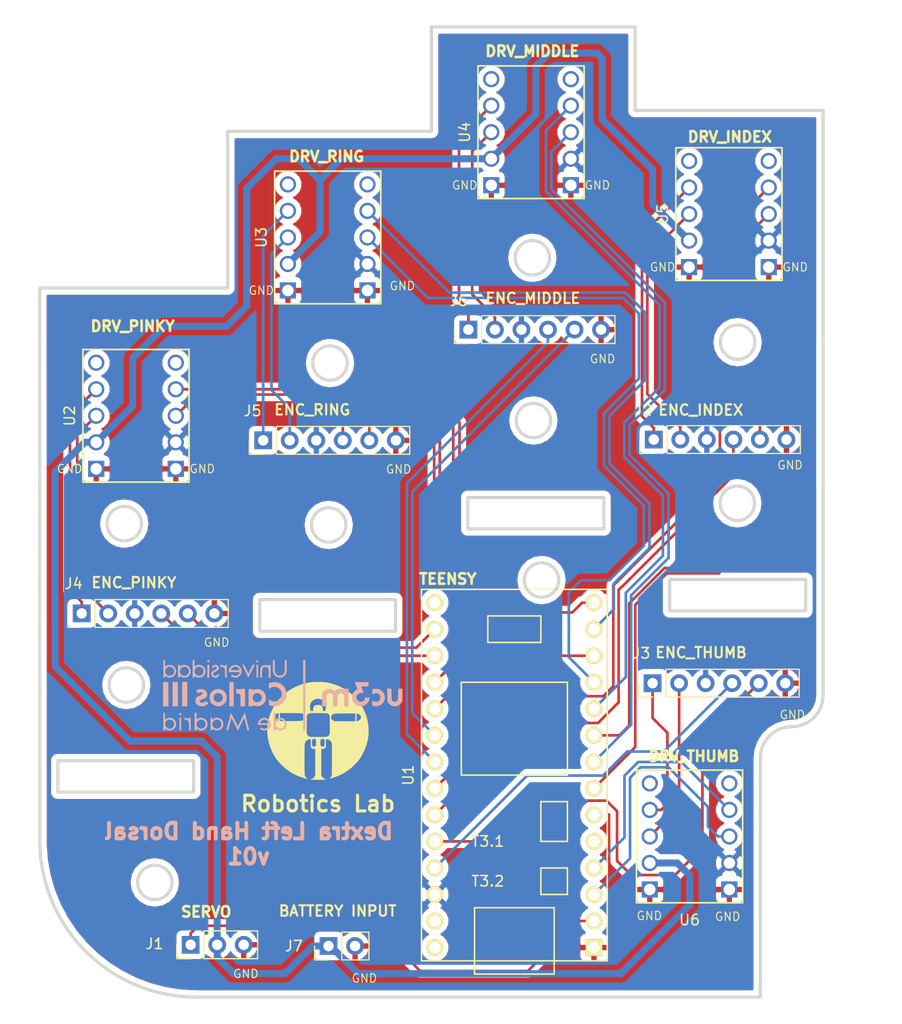
<source format=kicad_pcb>
(kicad_pcb (version 20171130) (host pcbnew "(5.0.2)-1")
  (title_block (title "Dextra Left Hand Dorsal PCB") (date 2019-04-05) (rev v01) (comment 4 "Author: Andrea Gil Ruiz"))
  (layers (0 F.Cu signal) (31 B.Cu signal) (34 B.Paste user) (35 F.Paste user) (36 B.SilkS user hide) (37 F.SilkS user hide) (38 B.Mask user) (39 F.Mask user) (44 Edge.Cuts user))
  (net 0 "")
  (net 1 P0)
  (net 2 Vbat)
  (net 3 GND)
  (net 4 P20)
  (net 5 P21)
  (net 6 +3V3)
  (net 7 M24)
  (net 8 M14)
  (net 9 M15)
  (net 10 M25)
  (net 11 P23)
  (net 12 P22)
  (net 13 M11)
  (net 14 M21)
  (net 15 P15)
  (net 16 P14)
  (net 17 P16)
  (net 18 P17)
  (net 19 M22)
  (net 20 M12)
  (net 21 M13)
  (net 22 M23)
  (net 23 P19)
  (net 24 P18)
  (net 25 "Net-(U1-Pad20)")
  (net 26 P12)
  (net 27 "Net-(U1-Pad32)")
  (net 28 "Net-(U1-Pad33)")
  (net 29 P11)
  (net 30 P10)
  (net 31 P9)
  (net 32 P8)
  (net 33 P7)
  (net 34 P6)
  (net 35 P5)
  (net 36 "Net-(U1-Pad6)")
  (net 37 "Net-(U1-Pad5)")
  (net 38 P2)
  (net 39 P1)
  (net 40 "Net-(U2-Pad6)")
  (net 41 "Net-(U2-Pad5)")
  (net 42 "Net-(U3-Pad5)")
  (net 43 "Net-(U3-Pad6)")
  (net 44 "Net-(U4-Pad5)")
  (net 45 "Net-(U4-Pad6)")
  (net 46 "Net-(U5-Pad6)")
  (net 47 "Net-(U5-Pad5)")
  (net 48 "Net-(U6-Pad6)")
  (net 49 "Net-(U6-Pad5)")
  (module dorsalPCB_Components:Pololu_DRV8838 (layer F.Cu) (at 138.05408 68.2 90)
    (fp_text reference U3 (at 0 -6.35 90) (layer F.SilkS))
    (fp_text value DRV_RING)
    (fp_text user GND (at -22.2 6.79592 -180) (layer F.SilkS) (effects (font (size 0.8 0.8) (thickness 0.1))))
    (fp_text user GND (at -5.08 -6.35 -180) (layer F.SilkS) (effects (font (size 0.8 0.8) (thickness 0.1))))
    (pad 1 thru_hole rect (at -5.08 3.81 180) (size 1.55 1.55) (drill 1.1) (layers *.Cu *.Mask) (net 3 GND))
    (pad 2 thru_hole circle (at -2.54 3.81 90) (size 1.55 1.55) (drill 1.1) (layers *.Cu *.Mask) (net 6 +3V3))
    (pad 3 thru_hole circle (at 0 3.81 90) (size 1.55 1.55) (drill 1.1) (layers *.Cu *.Mask) (net 31 P9))
    (pad 4 thru_hole circle (at 2.54 3.81 90) (size 1.55 1.55) (drill 1.1) (layers *.Cu *.Mask) (net 29 P11))
    (pad 5 thru_hole circle (at 5.08 3.81 90) (size 1.55 1.55) (drill 1.1) (layers *.Cu *.Mask) (net 42 "Net-(U3-Pad5)"))
    (pad 10 thru_hole rect (at -5.08 -3.81 90) (size 1.55 1.55) (drill 1.1) (layers *.Cu *.Mask) (net 3 GND))
    (pad 6 thru_hole circle (at 5.08 -3.81 90) (size 1.55 1.55) (drill 1.1) (layers *.Cu *.Mask) (net 43 "Net-(U3-Pad6)"))
    (pad 7 thru_hole circle (at 2.54 -3.81 90) (size 1.55 1.55) (drill 1.1) (layers *.Cu *.Mask) (net 20 M12))
    (pad 8 thru_hole circle (at 0 -3.81 90) (size 1.55 1.55) (drill 1.1) (layers *.Cu *.Mask) (net 19 M22))
    (pad 9 thru_hole circle (at -2.54 -3.81 90) (size 1.55 1.55) (drill 1.1) (layers *.Cu *.Mask) (net 2 Vbat))
  )
  (module dorsalPCB_Components:Teensy31_32_SidesOnly (layer F.Cu) (at 155.925 119.675 90)
    (fp_text reference U1 (at 0 -10.16 90) (layer F.SilkS))
    (fp_text value Teensy3.1)
    (fp_text user T3.1 (at -6.35 -2.54 180) (layer F.SilkS))
    (fp_text user T3.2 (at -10.16 -2.54 180) (layer F.SilkS))
    (pad 1 thru_hole rect (at -16.51 7.62 90) (size 1.6 1.6) (drill 1.1) (layers *.Cu *.Mask F.SilkS) (net 3 GND))
    (pad 2 thru_hole circle (at -13.97 7.62 90) (size 1.6 1.6) (drill 1.1) (layers *.Cu *.Mask F.SilkS) (net 1 P0))
    (pad 3 thru_hole circle (at -11.43 7.62 90) (size 1.6 1.6) (drill 1.1) (layers *.Cu *.Mask F.SilkS) (net 39 P1))
    (pad 4 thru_hole circle (at -8.89 7.62 90) (size 1.6 1.6) (drill 1.1) (layers *.Cu *.Mask F.SilkS) (net 38 P2))
    (pad 5 thru_hole circle (at -6.35 7.62 90) (size 1.6 1.6) (drill 1.1) (layers *.Cu *.Mask F.SilkS) (net 37 "Net-(U1-Pad5)"))
    (pad 6 thru_hole circle (at -3.81 7.62 90) (size 1.6 1.6) (drill 1.1) (layers *.Cu *.Mask F.SilkS) (net 36 "Net-(U1-Pad6)"))
    (pad 7 thru_hole circle (at -1.27 7.62 90) (size 1.6 1.6) (drill 1.1) (layers *.Cu *.Mask F.SilkS) (net 35 P5))
    (pad 8 thru_hole circle (at 1.27 7.62 90) (size 1.6 1.6) (drill 1.1) (layers *.Cu *.Mask F.SilkS) (net 34 P6))
    (pad 9 thru_hole circle (at 3.81 7.62 90) (size 1.6 1.6) (drill 1.1) (layers *.Cu *.Mask F.SilkS) (net 33 P7))
    (pad 10 thru_hole circle (at 6.35 7.62 90) (size 1.6 1.6) (drill 1.1) (layers *.Cu *.Mask F.SilkS) (net 32 P8))
    (pad 11 thru_hole circle (at 8.89 7.62 90) (size 1.6 1.6) (drill 1.1) (layers *.Cu *.Mask F.SilkS) (net 31 P9))
    (pad 12 thru_hole circle (at 11.43 7.62 90) (size 1.6 1.6) (drill 1.1) (layers *.Cu *.Mask F.SilkS) (net 30 P10))
    (pad 13 thru_hole circle (at 13.97 7.62 90) (size 1.6 1.6) (drill 1.1) (layers *.Cu *.Mask F.SilkS) (net 29 P11))
    (pad 33 thru_hole circle (at -16.51 -7.62 90) (size 1.6 1.6) (drill 1.1) (layers *.Cu *.Mask F.SilkS) (net 28 "Net-(U1-Pad33)"))
    (pad 32 thru_hole circle (at -13.97 -7.62 90) (size 1.6 1.6) (drill 1.1) (layers *.Cu *.Mask F.SilkS) (net 27 "Net-(U1-Pad32)"))
    (pad 31 thru_hole circle (at -11.43 -7.62 90) (size 1.6 1.6) (drill 1.1) (layers *.Cu *.Mask F.SilkS) (net 6 +3V3))
    (pad 30 thru_hole circle (at -8.89 -7.62 90) (size 1.6 1.6) (drill 1.1) (layers *.Cu *.Mask F.SilkS) (net 11 P23))
    (pad 29 thru_hole circle (at -6.35 -7.62 90) (size 1.6 1.6) (drill 1.1) (layers *.Cu *.Mask F.SilkS) (net 12 P22))
    (pad 28 thru_hole circle (at -3.81 -7.62 90) (size 1.6 1.6) (drill 1.1) (layers *.Cu *.Mask F.SilkS) (net 5 P21))
    (pad 27 thru_hole circle (at -1.27 -7.62 90) (size 1.6 1.6) (drill 1.1) (layers *.Cu *.Mask F.SilkS) (net 4 P20))
    (pad 26 thru_hole circle (at 1.27 -7.62 90) (size 1.6 1.6) (drill 1.1) (layers *.Cu *.Mask F.SilkS) (net 23 P19))
    (pad 25 thru_hole circle (at 3.81 -7.62 90) (size 1.6 1.6) (drill 1.1) (layers *.Cu *.Mask F.SilkS) (net 24 P18))
    (pad 24 thru_hole circle (at 6.35 -7.62 90) (size 1.6 1.6) (drill 1.1) (layers *.Cu *.Mask F.SilkS) (net 18 P17))
    (pad 23 thru_hole circle (at 8.89 -7.62 90) (size 1.6 1.6) (drill 1.1) (layers *.Cu *.Mask F.SilkS) (net 17 P16))
    (pad 22 thru_hole circle (at 11.43 -7.62 90) (size 1.6 1.6) (drill 1.1) (layers *.Cu *.Mask F.SilkS) (net 15 P15))
    (pad 21 thru_hole circle (at 13.97 -7.62 90) (size 1.6 1.6) (drill 1.1) (layers *.Cu *.Mask F.SilkS) (net 16 P14))
    (pad 14 thru_hole circle (at 16.51 7.62 90) (size 1.6 1.6) (drill 1.1) (layers *.Cu *.Mask F.SilkS) (net 26 P12))
    (pad 20 thru_hole circle (at 16.51 -7.62 90) (size 1.6 1.6) (drill 1.1) (layers *.Cu *.Mask F.SilkS) (net 25 "Net-(U1-Pad20)"))
  )
  (module dorsalPCB_Components:Pololu_DRV8838 (layer F.Cu) (at 172.7 125.55 90)
    (fp_text reference U6 (at -8 0 -180) (layer F.SilkS))
    (fp_text value DRV_THUMB)
    (fp_text user GND (at -13.58 -31.13112 -180) (layer F.SilkS) (effects (font (size 0.8 0.8) (thickness 0.1))))
    (fp_text user GND (at 11.645 9.84388 -180) (layer F.SilkS) (effects (font (size 0.8 0.8) (thickness 0.1))))
    (pad 9 thru_hole circle (at -2.54 -3.81 90) (size 1.55 1.55) (drill 1.1) (layers *.Cu *.Mask) (net 2 Vbat))
    (pad 8 thru_hole circle (at 0 -3.81 90) (size 1.55 1.55) (drill 1.1) (layers *.Cu *.Mask) (net 10 M25))
    (pad 7 thru_hole circle (at 2.54 -3.81 90) (size 1.55 1.55) (drill 1.1) (layers *.Cu *.Mask) (net 9 M15))
    (pad 6 thru_hole circle (at 5.08 -3.81 90) (size 1.55 1.55) (drill 1.1) (layers *.Cu *.Mask) (net 48 "Net-(U6-Pad6)"))
    (pad 10 thru_hole rect (at -5.08 -3.81 90) (size 1.55 1.55) (drill 1.1) (layers *.Cu *.Mask) (net 3 GND))
    (pad 5 thru_hole circle (at 5.08 3.81 90) (size 1.55 1.55) (drill 1.1) (layers *.Cu *.Mask) (net 49 "Net-(U6-Pad5)"))
    (pad 4 thru_hole circle (at 2.54 3.81 90) (size 1.55 1.55) (drill 1.1) (layers *.Cu *.Mask) (net 38 P2))
    (pad 3 thru_hole circle (at 0 3.81 90) (size 1.55 1.55) (drill 1.1) (layers *.Cu *.Mask) (net 39 P1))
    (pad 2 thru_hole circle (at -2.54 3.81 90) (size 1.55 1.55) (drill 1.1) (layers *.Cu *.Mask) (net 6 +3V3))
    (pad 1 thru_hole rect (at -5.08 3.81 180) (size 1.55 1.55) (drill 1.1) (layers *.Cu *.Mask) (net 3 GND))
  )
  (module dorsalPCB_Components:Pololu_DRV8838 (layer F.Cu) (at 176.46904 65.96126 90)
    (fp_text reference U5 (at 0 -6.35 90) (layer F.SilkS))
    (fp_text value DRV_INDEX)
    (fp_text user GND (at -5.08 -6.35 -180) (layer F.SilkS) (effects (font (size 0.8 0.8) (thickness 0.1))))
    (fp_text user GND (at -5.08 6.35 -180) (layer F.SilkS) (effects (font (size 0.8 0.8) (thickness 0.1))))
    (pad 9 thru_hole circle (at -2.54 -3.81 90) (size 1.55 1.55) (drill 1.1) (layers *.Cu *.Mask) (net 2 Vbat))
    (pad 8 thru_hole circle (at 0 -3.81 90) (size 1.55 1.55) (drill 1.1) (layers *.Cu *.Mask) (net 7 M24))
    (pad 7 thru_hole circle (at 2.54 -3.81 90) (size 1.55 1.55) (drill 1.1) (layers *.Cu *.Mask) (net 8 M14))
    (pad 6 thru_hole circle (at 5.08 -3.81 90) (size 1.55 1.55) (drill 1.1) (layers *.Cu *.Mask) (net 46 "Net-(U5-Pad6)"))
    (pad 10 thru_hole rect (at -5.08 -3.81 90) (size 1.55 1.55) (drill 1.1) (layers *.Cu *.Mask) (net 3 GND))
    (pad 5 thru_hole circle (at 5.08 3.81 90) (size 1.55 1.55) (drill 1.1) (layers *.Cu *.Mask) (net 47 "Net-(U5-Pad5)"))
    (pad 4 thru_hole circle (at 2.54 3.81 90) (size 1.55 1.55) (drill 1.1) (layers *.Cu *.Mask) (net 33 P7))
    (pad 3 thru_hole circle (at 0 3.81 90) (size 1.55 1.55) (drill 1.1) (layers *.Cu *.Mask) (net 35 P5))
    (pad 2 thru_hole circle (at -2.54 3.81 90) (size 1.55 1.55) (drill 1.1) (layers *.Cu *.Mask) (net 6 +3V3))
    (pad 1 thru_hole rect (at -5.08 3.81 180) (size 1.55 1.55) (drill 1.1) (layers *.Cu *.Mask) (net 3 GND))
  )
  (module Connector_PinHeader_2.54mm:PinHeader_1x03_P2.54mm_Vertical (layer F.Cu) (at 124.93498 135.92302 90)
    (fp_text reference J1 (at 0.09488 -3.45994 180) (layer F.SilkS))
    (fp_text value Servo)
    (pad 1 thru_hole rect (at 0 0 90) (size 1.7 1.7) (drill 1) (layers *.Cu *.Mask) (net 1 P0))
    (pad 2 thru_hole oval (at 0 2.54 90) (size 1.7 1.7) (drill 1) (layers *.Cu *.Mask) (net 2 Vbat))
    (pad 3 thru_hole oval (at 0 5.08 90) (size 1.7 1.7) (drill 1) (layers *.Cu *.Mask) (net 3 GND))
  )
  (module Connector_PinHeader_2.54mm:PinHeader_1x06_P2.54mm_Vertical (layer F.Cu) (at 169.275 87.55 90)
    (fp_text reference J2 (at 2.80928 -1.01102 180) (layer F.SilkS))
    (fp_text value ENC_INDEX)
    (pad 1 thru_hole rect (at 0 0 90) (size 1.7 1.7) (drill 1) (layers *.Cu *.Mask) (net 8 M14))
    (pad 2 thru_hole oval (at 0 2.54 90) (size 1.7 1.7) (drill 1) (layers *.Cu *.Mask) (net 7 M24))
    (pad 3 thru_hole oval (at 0 5.08 90) (size 1.7 1.7) (drill 1) (layers *.Cu *.Mask) (net 6 +3V3))
    (pad 4 thru_hole oval (at 0 7.62 90) (size 1.7 1.7) (drill 1) (layers *.Cu *.Mask) (net 5 P21))
    (pad 5 thru_hole oval (at 0 10.16 90) (size 1.7 1.7) (drill 1) (layers *.Cu *.Mask) (net 4 P20))
    (pad 6 thru_hole oval (at 0 12.7 90) (size 1.7 1.7) (drill 1) (layers *.Cu *.Mask) (net 3 GND))
  )
  (module Connector_PinHeader_2.54mm:PinHeader_1x06_P2.54mm_Vertical (layer F.Cu) (at 169.16146 110.87608 90)
    (fp_text reference J3 (at 2.86546 -1.0763 180) (layer F.SilkS))
    (fp_text value ENC_THUMB)
    (pad 1 thru_hole rect (at 0 0 90) (size 1.7 1.7) (drill 1) (layers *.Cu *.Mask) (net 9 M15))
    (pad 2 thru_hole oval (at 0 2.54 90) (size 1.7 1.7) (drill 1) (layers *.Cu *.Mask) (net 10 M25))
    (pad 3 thru_hole oval (at 0 5.08 90) (size 1.7 1.7) (drill 1) (layers *.Cu *.Mask) (net 6 +3V3))
    (pad 4 thru_hole oval (at 0 7.62 90) (size 1.7 1.7) (drill 1) (layers *.Cu *.Mask) (net 11 P23))
    (pad 5 thru_hole oval (at 0 10.16 90) (size 1.7 1.7) (drill 1) (layers *.Cu *.Mask) (net 12 P22))
    (pad 6 thru_hole oval (at 0 12.7 90) (size 1.7 1.7) (drill 1) (layers *.Cu *.Mask) (net 3 GND))
  )
  (module Connector_PinHeader_2.54mm:PinHeader_1x06_P2.54mm_Vertical (layer F.Cu) (at 114.5 104.2 90)
    (fp_text reference J4 (at 2.8497 -0.7678 180) (layer F.SilkS))
    (fp_text value ENC_PINKY)
    (pad 1 thru_hole rect (at 0 0 90) (size 1.7 1.7) (drill 1) (layers *.Cu *.Mask) (net 13 M11))
    (pad 2 thru_hole oval (at 0 2.54 90) (size 1.7 1.7) (drill 1) (layers *.Cu *.Mask) (net 14 M21))
    (pad 3 thru_hole oval (at 0 5.08 90) (size 1.7 1.7) (drill 1) (layers *.Cu *.Mask) (net 6 +3V3))
    (pad 4 thru_hole oval (at 0 7.62 90) (size 1.7 1.7) (drill 1) (layers *.Cu *.Mask) (net 15 P15))
    (pad 5 thru_hole oval (at 0 10.16 90) (size 1.7 1.7) (drill 1) (layers *.Cu *.Mask) (net 16 P14))
    (pad 6 thru_hole oval (at 0 12.7 90) (size 1.7 1.7) (drill 1) (layers *.Cu *.Mask) (net 3 GND))
  )
  (module Connector_PinHeader_2.54mm:PinHeader_1x06_P2.54mm_Vertical (layer F.Cu) (at 131.88 87.625 90)
    (fp_text reference J5 (at 2.81792 -1.01516 180) (layer F.SilkS))
    (fp_text value ENC_RING)
    (pad 6 thru_hole oval (at 0 12.7 90) (size 1.7 1.7) (drill 1) (layers *.Cu *.Mask) (net 3 GND))
    (pad 5 thru_hole oval (at 0 10.16 90) (size 1.7 1.7) (drill 1) (layers *.Cu *.Mask) (net 17 P16))
    (pad 4 thru_hole oval (at 0 7.62 90) (size 1.7 1.7) (drill 1) (layers *.Cu *.Mask) (net 18 P17))
    (pad 3 thru_hole oval (at 0 5.08 90) (size 1.7 1.7) (drill 1) (layers *.Cu *.Mask) (net 6 +3V3))
    (pad 2 thru_hole oval (at 0 2.54 90) (size 1.7 1.7) (drill 1) (layers *.Cu *.Mask) (net 19 M22))
    (pad 1 thru_hole rect (at 0 0 90) (size 1.7 1.7) (drill 1) (layers *.Cu *.Mask) (net 20 M12))
  )
  (module Connector_PinHeader_2.54mm:PinHeader_1x06_P2.54mm_Vertical (layer F.Cu) (at 151.525 77.025 90)
    (fp_text reference J6 (at 2.7671 -0.91276 180) (layer F.SilkS))
    (fp_text value ENC_MIDDLE)
    (pad 1 thru_hole rect (at 0 0 90) (size 1.7 1.7) (drill 1) (layers *.Cu *.Mask) (net 21 M13))
    (pad 2 thru_hole oval (at 0 2.54 90) (size 1.7 1.7) (drill 1) (layers *.Cu *.Mask) (net 22 M23))
    (pad 3 thru_hole oval (at 0 5.08 90) (size 1.7 1.7) (drill 1) (layers *.Cu *.Mask) (net 6 +3V3))
    (pad 4 thru_hole oval (at 0 7.62 90) (size 1.7 1.7) (drill 1) (layers *.Cu *.Mask) (net 23 P19))
    (pad 5 thru_hole oval (at 0 10.16 90) (size 1.7 1.7) (drill 1) (layers *.Cu *.Mask) (net 24 P18))
    (pad 6 thru_hole oval (at 0 12.7 90) (size 1.7 1.7) (drill 1) (layers *.Cu *.Mask) (net 3 GND))
  )
  (module dorsalPCB_Components:Pololu_DRV8838 (layer F.Cu) (at 119.7 85.275 90)
    (fp_text reference U2 (at 0 -6.35 90) (layer F.SilkS))
    (fp_text value DRV_PINKY)
    (fp_text user GND (at -5.08 -6.35 -180) (layer F.SilkS) (effects (font (size 0.8 0.8) (thickness 0.1))))
    (fp_text user GND (at -5.08 6.35 -180) (layer F.SilkS) (effects (font (size 0.8 0.8) (thickness 0.1))))
    (pad 9 thru_hole circle (at -2.54 -3.81 90) (size 1.55 1.55) (drill 1.1) (layers *.Cu *.Mask) (net 2 Vbat))
    (pad 8 thru_hole circle (at 0 -3.81 90) (size 1.55 1.55) (drill 1.1) (layers *.Cu *.Mask) (net 14 M21))
    (pad 7 thru_hole circle (at 2.54 -3.81 90) (size 1.55 1.55) (drill 1.1) (layers *.Cu *.Mask) (net 13 M11))
    (pad 6 thru_hole circle (at 5.08 -3.81 90) (size 1.55 1.55) (drill 1.1) (layers *.Cu *.Mask) (net 40 "Net-(U2-Pad6)"))
    (pad 10 thru_hole rect (at -5.08 -3.81 90) (size 1.55 1.55) (drill 1.1) (layers *.Cu *.Mask) (net 3 GND))
    (pad 5 thru_hole circle (at 5.08 3.81 90) (size 1.55 1.55) (drill 1.1) (layers *.Cu *.Mask) (net 41 "Net-(U2-Pad5)"))
    (pad 4 thru_hole circle (at 2.54 3.81 90) (size 1.55 1.55) (drill 1.1) (layers *.Cu *.Mask) (net 26 P12))
    (pad 3 thru_hole circle (at 0 3.81 90) (size 1.55 1.55) (drill 1.1) (layers *.Cu *.Mask) (net 30 P10))
    (pad 2 thru_hole circle (at -2.54 3.81 90) (size 1.55 1.55) (drill 1.1) (layers *.Cu *.Mask) (net 6 +3V3))
    (pad 1 thru_hole rect (at -5.08 3.81 180) (size 1.55 1.55) (drill 1.1) (layers *.Cu *.Mask) (net 3 GND))
  )
  (module dorsalPCB_Components:Pololu_DRV8838 (layer F.Cu) (at 157.525 58.125 90)
    (fp_text reference U4 (at 0 -6.35 90) (layer F.SilkS))
    (fp_text value DRV_MIDDLE)
    (fp_text user GND (at -5.08 6.35 -180) (layer F.SilkS) (effects (font (size 0.8 0.8) (thickness 0.1))))
    (fp_text user GND (at -5.08 -6.35 -180) (layer F.SilkS) (effects (font (size 0.8 0.8) (thickness 0.1))))
    (pad 1 thru_hole rect (at -5.08 3.81 180) (size 1.55 1.55) (drill 1.1) (layers *.Cu *.Mask) (net 3 GND))
    (pad 2 thru_hole circle (at -2.54 3.81 90) (size 1.55 1.55) (drill 1.1) (layers *.Cu *.Mask) (net 6 +3V3))
    (pad 3 thru_hole circle (at 0 3.81 90) (size 1.55 1.55) (drill 1.1) (layers *.Cu *.Mask) (net 34 P6))
    (pad 4 thru_hole circle (at 2.54 3.81 90) (size 1.55 1.55) (drill 1.1) (layers *.Cu *.Mask) (net 32 P8))
    (pad 5 thru_hole circle (at 5.08 3.81 90) (size 1.55 1.55) (drill 1.1) (layers *.Cu *.Mask) (net 44 "Net-(U4-Pad5)"))
    (pad 10 thru_hole rect (at -5.08 -3.81 90) (size 1.55 1.55) (drill 1.1) (layers *.Cu *.Mask) (net 3 GND))
    (pad 6 thru_hole circle (at 5.08 -3.81 90) (size 1.55 1.55) (drill 1.1) (layers *.Cu *.Mask) (net 45 "Net-(U4-Pad6)"))
    (pad 7 thru_hole circle (at 2.54 -3.81 90) (size 1.55 1.55) (drill 1.1) (layers *.Cu *.Mask) (net 21 M13))
    (pad 8 thru_hole circle (at 0 -3.81 90) (size 1.55 1.55) (drill 1.1) (layers *.Cu *.Mask) (net 22 M23))
    (pad 9 thru_hole circle (at -2.54 -3.81 90) (size 1.55 1.55) (drill 1.1) (layers *.Cu *.Mask) (net 2 Vbat))
  )
  (module Connector_PinHeader_2.54mm:PinHeader_1x02_P2.54mm_Vertical (layer F.Cu) (at 138.13536 136.03986 90)
    (fp_text reference J7 (at -0.00164 -3.32098 180) (layer F.SilkS))
    (fp_text value "Batery Input")
    (pad 1 thru_hole rect (at 0 0 90) (size 1.7 1.7) (drill 1) (layers *.Cu *.Mask) (net 2 Vbat))
    (pad 2 thru_hole oval (at 0 2.54 90) (size 1.7 1.7) (drill 1) (layers *.Cu *.Mask) (net 3 GND))
  )
  (module dorsalPCB_Components:robotislablogo (layer F.Cu) (at 137.15 115.425)
    (fp_text reference G*** hide)
    (fp_text value LOGO hide)
  )
  (module dorsalPCB_Components:LogoUC3M_7 (layer B.Cu) (at 133.75 112.05 180)
    (fp_text reference G*** hide)
    (fp_text value LOGO hide)
  )
  (gr_line (start 179.48092 118.1219) (end 179.47092 140.9319) (layer Edge.Cuts) (width 0.3))
  (gr_line (start 179.475 118.125) (end 179.475 118.1) (layer B.SilkS) (width 0.2))
  (gr_line (start 179.5 118) (end 179.475 118.125) (layer B.SilkS) (width 0.2))
  (gr_line (start 151.475 96.1) (end 151.475 93.1) (layer Edge.Cuts) (width 0.3))
  (gr_text "Robotics Lab" (at 137.125 122.425) (layer F.SilkS) (effects (font (size 1.5 1.5) (thickness 0.3))))
  (gr_text GND (at 182.325 90) (layer F.SilkS) (effects (font (size 0.8 0.8) (thickness 0.1))))
  (gr_text GND (at 164.375 79.825) (layer F.SilkS) (effects (font (size 0.8 0.8) (thickness 0.1))))
  (gr_text GND (at 145.20672 72.84212) (layer F.SilkS) (effects (font (size 0.8 0.8) (thickness 0.1))))
  (gr_text GND (at 168.85 133.15) (layer F.SilkS) (effects (font (size 0.8 0.8) (thickness 0.1))))
  (gr_text GND (at 127.425 106.975) (layer F.SilkS) (effects (font (size 0.8 0.8) (thickness 0.1))))
  (gr_text GND (at 130.225 138.7) (layer F.SilkS) (effects (font (size 0.8 0.8) (thickness 0.1))))
  (gr_text GND (at 176.35 133.225) (layer F.SilkS) (effects (font (size 0.8 0.8) (thickness 0.1))))
  (gr_text "ENC_PINKY\n" (at 119.5 101.25) (layer F.SilkS) (effects (font (size 1 1) (thickness 0.2))))
  (gr_text ENC_RING (at 136.575 84.7) (layer F.SilkS) (effects (font (size 1 1) (thickness 0.2))))
  (gr_text ENC_MIDDLE (at 157.7 74.025) (layer F.SilkS) (effects (font (size 1 1) (thickness 0.2))))
  (gr_text "ENC_THUMB\n" (at 173.8 107.95) (layer F.SilkS) (effects (font (size 1 1) (thickness 0.2))))
  (gr_text ENC_INDEX (at 173.775 84.725) (layer F.SilkS) (effects (font (size 1 1) (thickness 0.2))))
  (gr_text "BATTERY INPUT" (at 139.00912 132.68706) (layer F.SilkS) (effects (font (size 1 1) (thickness 0.2))))
  (gr_text SERVO (at 126.42088 132.77596) (layer F.SilkS) (effects (font (size 1 1) (thickness 0.25))))
  (gr_text "TEENSY\n" (at 149.55 100.9) (layer F.SilkS) (effects (font (size 1 1) (thickness 0.25))))
  (gr_text "DRV_THUMB\n" (at 173.125 117.875) (layer F.SilkS) (effects (font (size 1 1) (thickness 0.25))))
  (gr_text "DRV_PINKY\n" (at 119.38 76.70292) (layer F.SilkS) (effects (font (size 1 1) (thickness 0.25))))
  (gr_text "DRV_RING\n" (at 137.95 60.45) (layer F.SilkS) (effects (font (size 1 1) (thickness 0.25))))
  (gr_text "DRV_MIDDLE\n" (at 157.65 50.375) (layer F.SilkS) (effects (font (size 1 1) (thickness 0.25))))
  (gr_text "DRV_INDEX\n" (at 176.55 58.575) (layer F.SilkS) (effects (font (size 1 1) (thickness 0.25))))
  (gr_text "Dextra Left Hand Dorsal\nv01" (at 130.475 126.275) (layer B.SilkS) (effects (font (size 1.5 1.5) (thickness 0.375)) (justify mirror)))
  (gr_line (start 164.5 96.1) (end 151.5 96.1) (layer Edge.Cuts) (width 0.3))
  (gr_line (start 164.5 93.1) (end 164.5 96.1) (layer Edge.Cuts) (width 0.3))
  (gr_line (start 151.475 93.1) (end 164.475 93.1) (layer Edge.Cuts) (width 0.3))
  (gr_line (start 170.8 103.95) (end 170.8 100.95) (layer Edge.Cuts) (width 0.3))
  (gr_line (start 183.825 100.95) (end 170.825 100.95) (layer Edge.Cuts) (width 0.3))
  (gr_line (start 183.825 100.95) (end 183.825 103.95) (layer Edge.Cuts) (width 0.3))
  (gr_line (start 170.825 103.95) (end 183.825 103.95) (layer Edge.Cuts) (width 0.3))
  (gr_line (start 131.55 105.875) (end 131.55 102.875) (layer Edge.Cuts) (width 0.3))
  (gr_line (start 144.55 105.9) (end 131.55 105.9) (layer Edge.Cuts) (width 0.3))
  (gr_line (start 144.55 102.875) (end 144.55 105.875) (layer Edge.Cuts) (width 0.3))
  (gr_line (start 131.55 102.875) (end 144.55 102.875) (layer Edge.Cuts) (width 0.3))
  (gr_line (start 125.225 121.3) (end 125.225 118.3) (layer Edge.Cuts) (width 0.3))
  (gr_line (start 125.225 121.3) (end 112.225 121.3) (layer Edge.Cuts) (width 0.3))
  (gr_line (start 112.225 118.3) (end 112.225 121.3) (layer Edge.Cuts) (width 0.3))
  (gr_line (start 112.225 118.3) (end 125.225 118.3) (layer Edge.Cuts) (width 0.3))
  (gr_circle (center 118.775 111.05) (end 120.425 111.05) (layer Edge.Cuts) (width 0.3))
  (gr_circle (center 177.3 78.225) (end 178.95 78.225) (layer Edge.Cuts) (width 0.3))
  (gr_circle (center 121.5 129.95) (end 123.15 129.95) (layer Edge.Cuts) (width 0.3))
  (gr_circle (center 158.525 101) (end 160.175 101) (layer Edge.Cuts) (width 0.3))
  (gr_circle (center 138.15 95.725) (end 139.8 95.725) (layer Edge.Cuts) (width 0.3))
  (gr_circle (center 177.275 93.65) (end 178.925 93.65) (layer Edge.Cuts) (width 0.3))
  (gr_circle (center 118.575 95.6) (end 120.225 95.6) (layer Edge.Cuts) (width 0.3))
  (gr_circle (center 157.75 85.725) (end 159.4 85.725) (layer Edge.Cuts) (width 0.3))
  (gr_circle (center 138.275 80.225) (end 139.925 80.225) (layer Edge.Cuts) (width 0.3))
  (gr_circle (center 157.65 70.15) (end 159.3 70.15) (layer Edge.Cuts) (width 0.3))
  (gr_arc (start 182.48362 112.040506) (end 182.48362 115.040506) (angle -90) (layer Edge.Cuts) (width 0.3))
  (gr_arc (start 182.48362 118.040506) (end 182.48362 115.040506) (angle -91.50347805) (layer Edge.Cuts) (width 0.3))
  (gr_arc (start 125.47092 125.956686) (end 110.49886 126.264026) (angle -88.82402207) (layer Edge.Cuts) (width 0.3))
  (gr_line (start 179.47092 140.9319) (end 125.47092 140.9319) (layer Edge.Cuts) (width 0.3))
  (gr_line (start 185.48362 56.040506) (end 185.48362 112.040506) (layer Edge.Cuts) (width 0.3))
  (gr_line (start 110.48362 73.040506) (end 110.49886 126.264026) (layer Edge.Cuts) (width 0.3))
  (gr_line (start 110.48362 73.040506) (end 128.48362 73.040506) (layer Edge.Cuts) (width 0.3))
  (gr_line (start 128.48362 58.040506) (end 128.48362 73.040506) (layer Edge.Cuts) (width 0.3))
  (gr_line (start 128.48362 58.040506) (end 147.98362 58.040506) (layer Edge.Cuts) (width 0.3))
  (gr_line (start 147.98362 48.040506) (end 147.98362 58.040506) (layer Edge.Cuts) (width 0.3))
  (gr_line (start 147.98362 48.040506) (end 167.48362 48.040506) (layer Edge.Cuts) (width 0.3))
  (gr_line (start 167.48362 56.040506) (end 167.48362 48.040506) (layer Edge.Cuts) (width 0.3))
  (gr_line (start 167.48362 56.040506) (end 185.48362 56.040506) (layer Edge.Cuts) (width 0.3))
  (segment (start 124.93498 134.81902) (end 125.654 134.1) (width 0.254) (layer F.Cu) (net 1))
  (segment (start 124.93498 135.92302) (end 124.93498 134.81902) (width 0.254) (layer F.Cu) (net 1))
  (segment (start 163.545 133.645) (end 162.005 133.645) (width 0.254) (layer F.Cu) (net 1))
  (segment (start 162.005 133.645) (end 157.22 138.43) (width 0.254) (layer F.Cu) (net 1))
  (segment (start 146.91 138.43) (end 142.58 134.1) (width 0.254) (layer F.Cu) (net 1))
  (segment (start 157.22 138.43) (end 146.91 138.43) (width 0.254) (layer F.Cu) (net 1))
  (segment (start 125.654 134.1) (end 142.58 134.1) (width 0.254) (layer F.Cu) (net 1))
  (segment (start 169.164 65.00622) (end 172.65904 68.50126) (width 0.676) (layer B.Cu) (net 2))
  (segment (start 164.338 56.896) (end 169.164 61.722) (width 0.676) (layer B.Cu) (net 2))
  (segment (start 157.988 56.392) (end 157.988 51.816) (width 0.676) (layer B.Cu) (net 2))
  (segment (start 157.988 51.816) (end 159.258 50.546) (width 0.676) (layer B.Cu) (net 2))
  (segment (start 153.715 60.665) (end 157.988 56.392) (width 0.676) (layer B.Cu) (net 2))
  (segment (start 159.258 50.546) (end 163.83 50.546) (width 0.676) (layer B.Cu) (net 2))
  (segment (start 163.83 50.546) (end 164.338 51.054) (width 0.676) (layer B.Cu) (net 2))
  (segment (start 169.164 61.722) (end 169.164 65.00622) (width 0.676) (layer B.Cu) (net 2))
  (segment (start 164.338 51.054) (end 164.338 56.896) (width 0.676) (layer B.Cu) (net 2))
  (segment (start 127.47498 125.76302) (end 127.47498 135.92302) (width 0.676) (layer B.Cu) (net 2))
  (segment (start 127.47498 137.125101) (end 129.033879 138.684) (width 0.676) (layer B.Cu) (net 2))
  (segment (start 127.47498 135.92302) (end 127.47498 137.125101) (width 0.676) (layer B.Cu) (net 2))
  (segment (start 136.60936 136.03986) (end 138.13536 136.03986) (width 0.676) (layer B.Cu) (net 2))
  (segment (start 133.96522 138.684) (end 136.60936 136.03986) (width 0.676) (layer B.Cu) (net 2))
  (segment (start 129.033879 138.684) (end 133.96522 138.684) (width 0.676) (layer B.Cu) (net 2))
  (segment (start 166.116 138.684) (end 172.72 132.08) (width 0.676) (layer B.Cu) (net 2))
  (segment (start 172.72 132.08) (end 172.72 129.286) (width 0.676) (layer B.Cu) (net 2))
  (segment (start 171.524 128.09) (end 168.89 128.09) (width 0.676) (layer B.Cu) (net 2))
  (segment (start 172.72 129.286) (end 171.524 128.09) (width 0.676) (layer B.Cu) (net 2))
  (segment (start 138.13536 136.03986) (end 138.32586 136.03986) (width 0.676) (layer B.Cu) (net 2))
  (segment (start 140.97 138.684) (end 143.002 138.684) (width 0.676) (layer B.Cu) (net 2))
  (segment (start 138.32586 136.03986) (end 140.97 138.684) (width 0.676) (layer B.Cu) (net 2))
  (segment (start 143.002 138.684) (end 166.116 138.684) (width 0.676) (layer B.Cu) (net 2))
  (segment (start 130.31 63.492) (end 133.137 60.665) (width 0.676) (layer B.Cu) (net 2))
  (segment (start 116.664999 87.040001) (end 116.667999 87.040001) (width 0.676) (layer B.Cu) (net 2))
  (segment (start 130.31 74.78) (end 130.31 63.492) (width 0.676) (layer B.Cu) (net 2))
  (segment (start 115.89 87.815) (end 116.664999 87.040001) (width 0.676) (layer B.Cu) (net 2))
  (segment (start 116.667999 87.040001) (end 119.38 84.328) (width 0.676) (layer B.Cu) (net 2))
  (segment (start 119.38 84.328) (end 119.38 79.756) (width 0.676) (layer B.Cu) (net 2))
  (segment (start 128.382 76.708) (end 130.31 74.78) (width 0.676) (layer B.Cu) (net 2))
  (segment (start 119.38 79.756) (end 122.428 76.708) (width 0.676) (layer B.Cu) (net 2))
  (segment (start 122.428 76.708) (end 128.382 76.708) (width 0.676) (layer B.Cu) (net 2))
  (segment (start 133.137 60.665) (end 135.275 60.665) (width 0.676) (layer B.Cu) (net 2))
  (segment (start 137.32 62.71) (end 137.32 67.66408) (width 0.676) (layer B.Cu) (net 2))
  (segment (start 135.275 60.665) (end 137.32 62.71) (width 0.676) (layer B.Cu) (net 2))
  (segment (start 137.32 67.66408) (end 134.24408 70.74) (width 0.676) (layer B.Cu) (net 2))
  (segment (start 137.32 62.71) (end 137.32 62.69) (width 0.676) (layer B.Cu) (net 2))
  (segment (start 139.345 60.665) (end 153.715 60.665) (width 0.676) (layer B.Cu) (net 2))
  (segment (start 137.32 62.69) (end 139.345 60.665) (width 0.676) (layer B.Cu) (net 2))
  (segment (start 114.793985 87.815) (end 113.16 89.448985) (width 0.676) (layer B.Cu) (net 2))
  (segment (start 115.89 87.815) (end 114.793985 87.815) (width 0.676) (layer B.Cu) (net 2))
  (segment (start 113.16 89.448985) (end 113.141015 89.448985) (width 0.676) (layer B.Cu) (net 2))
  (segment (start 113.141015 89.448985) (end 111.95 90.64) (width 0.676) (layer B.Cu) (net 2))
  (segment (start 111.95 90.64) (end 111.95 109.25) (width 0.676) (layer B.Cu) (net 2))
  (segment (start 111.95 109.25) (end 119.12 116.42) (width 0.676) (layer B.Cu) (net 2))
  (segment (start 119.12 116.42) (end 125.96 116.42) (width 0.676) (layer B.Cu) (net 2))
  (segment (start 127.47498 117.93498) (end 127.47498 125.76302) (width 0.676) (layer B.Cu) (net 2))
  (segment (start 125.96 116.42) (end 127.47498 117.93498) (width 0.676) (layer B.Cu) (net 2))
  (segment (start 169.175 97.75) (end 168.9 98.025) (width 0.254) (layer F.Cu) (net 4))
  (segment (start 165.75 101.175) (end 166.425 100.5) (width 0.254) (layer F.Cu) (net 4))
  (segment (start 169.175 97.75) (end 166.425 100.5) (width 0.254) (layer F.Cu) (net 4))
  (segment (start 165.76699 101.15801) (end 166.425 100.5) (width 0.254) (layer F.Cu) (net 4))
  (segment (start 165.4 101.525) (end 165.76699 101.15801) (width 0.254) (layer F.Cu) (net 4))
  (segment (start 165.4 111.16) (end 165.4 101.525) (width 0.254) (layer F.Cu) (net 4))
  (segment (start 164.435 112.125) (end 165.4 111.16) (width 0.254) (layer F.Cu) (net 4))
  (segment (start 148.305 120.945) (end 157.125 112.125) (width 0.254) (layer F.Cu) (net 4))
  (segment (start 157.125 112.125) (end 164.435 112.125) (width 0.254) (layer F.Cu) (net 4))
  (segment (start 175.6 91.325) (end 175.6 85.18) (width 0.254) (layer F.Cu) (net 4))
  (segment (start 169.175 97.75) (end 175.6 91.325) (width 0.254) (layer F.Cu) (net 4))
  (segment (start 175.6 85.18) (end 175.61 85.18) (width 0.254) (layer F.Cu) (net 4))
  (segment (start 179.435 85.065) (end 179.435 87.55) (width 0.254) (layer F.Cu) (net 4))
  (segment (start 175.61 85.18) (end 176.24 84.55) (width 0.254) (layer F.Cu) (net 4))
  (segment (start 176.24 84.55) (end 178.92 84.55) (width 0.254) (layer F.Cu) (net 4))
  (segment (start 178.92 84.55) (end 179.435 85.065) (width 0.254) (layer F.Cu) (net 4))
  (segment (start 163.933883 114.683999) (end 157.123999 114.683999) (width 0.254) (layer F.Cu) (net 5))
  (segment (start 148.305 123.485) (end 157.115 114.675) (width 0.254) (layer F.Cu) (net 5))
  (segment (start 176.895 87.55) (end 176.895 90.974315) (width 0.254) (layer F.Cu) (net 5))
  (segment (start 176.895 90.974315) (end 172.9 94.969315) (width 0.254) (layer F.Cu) (net 5))
  (segment (start 172.9 94.969315) (end 172.9 94.975) (width 0.254) (layer F.Cu) (net 5))
  (segment (start 157.123999 114.683999) (end 157.115 114.675) (width 0.254) (layer F.Cu) (net 5))
  (segment (start 172.9 94.975) (end 166.275 101.6) (width 0.254) (layer F.Cu) (net 5))
  (segment (start 166.24 101.6) (end 165.90801 101.93199) (width 0.254) (layer F.Cu) (net 5))
  (segment (start 166.275 101.6) (end 166.24 101.6) (width 0.254) (layer F.Cu) (net 5))
  (segment (start 165.90801 112.709872) (end 165.9 112.717882) (width 0.254) (layer F.Cu) (net 5))
  (segment (start 165.90801 101.93199) (end 165.90801 112.709872) (width 0.254) (layer F.Cu) (net 5))
  (segment (start 165.9 112.717882) (end 163.933883 114.683999) (width 0.254) (layer F.Cu) (net 5))
  (segment (start 171.815 86.347919) (end 171.815 87.55) (width 0.254) (layer F.Cu) (net 7))
  (segment (start 168.65601 83.188929) (end 171.815 86.347919) (width 0.254) (layer F.Cu) (net 7))
  (segment (start 168.65601 69.96399) (end 168.65601 83.188929) (width 0.254) (layer F.Cu) (net 7))
  (segment (start 170.6877 67.9323) (end 168.65601 69.96399) (width 0.254) (layer F.Cu) (net 7))
  (segment (start 170.688 67.9323) (end 172.65904 65.96126) (width 0.254) (layer F.Cu) (net 7))
  (segment (start 170.6877 67.9323) (end 170.688 67.9323) (width 0.254) (layer F.Cu) (net 7))
  (segment (start 169.275 86.446) (end 168.148 85.319) (width 0.254) (layer F.Cu) (net 8))
  (segment (start 169.275 87.55) (end 169.275 86.446) (width 0.254) (layer F.Cu) (net 8))
  (segment (start 168.148 67.9323) (end 172.65904 63.42126) (width 0.254) (layer F.Cu) (net 8))
  (segment (start 168.148 85.319) (end 168.148 67.9323) (width 0.254) (layer F.Cu) (net 8))
  (segment (start 169.986015 123.01) (end 170.575 122.421015) (width 0.254) (layer F.Cu) (net 9))
  (segment (start 168.89 123.01) (end 169.986015 123.01) (width 0.254) (layer F.Cu) (net 9))
  (segment (start 170.575 122.421015) (end 170.575 115.625) (width 0.254) (layer F.Cu) (net 9))
  (segment (start 169.16146 114.21146) (end 169.16146 110.87608) (width 0.254) (layer F.Cu) (net 9))
  (segment (start 170.575 115.625) (end 169.16146 114.21146) (width 0.254) (layer F.Cu) (net 9))
  (segment (start 169.664999 124.775001) (end 169.664999 124.760001) (width 0.254) (layer F.Cu) (net 10))
  (segment (start 168.89 125.55) (end 169.664999 124.775001) (width 0.254) (layer F.Cu) (net 10))
  (segment (start 171.70146 122.72354) (end 171.70146 110.87608) (width 0.254) (layer F.Cu) (net 10))
  (segment (start 169.664999 124.760001) (end 171.70146 122.72354) (width 0.254) (layer F.Cu) (net 10))
  (segment (start 176.78146 110.87608) (end 170.23754 117.42) (width 0.254) (layer B.Cu) (net 11))
  (segment (start 166.721566 117.42) (end 164.421566 119.72) (width 0.254) (layer B.Cu) (net 11))
  (segment (start 170.23754 117.42) (end 166.721566 117.42) (width 0.254) (layer B.Cu) (net 11))
  (segment (start 157.15 119.72) (end 148.305 128.565) (width 0.254) (layer B.Cu) (net 11))
  (segment (start 164.421566 119.72) (end 157.15 119.72) (width 0.254) (layer B.Cu) (net 11))
  (segment (start 156.55 126.025) (end 148.305 126.025) (width 0.254) (layer F.Cu) (net 12))
  (segment (start 160.448999 122.126001) (end 156.55 126.025) (width 0.254) (layer F.Cu) (net 12))
  (segment (start 165.758009 123.133009) (end 164.751001 122.126001) (width 0.254) (layer F.Cu) (net 12))
  (segment (start 178.471461 111.726079) (end 178.471461 111.728539) (width 0.254) (layer F.Cu) (net 12))
  (segment (start 179.32146 110.87608) (end 178.471461 111.726079) (width 0.254) (layer F.Cu) (net 12))
  (segment (start 164.751001 122.126001) (end 160.448999 122.126001) (width 0.254) (layer F.Cu) (net 12))
  (segment (start 178.471461 111.728539) (end 173.93 116.27) (width 0.254) (layer F.Cu) (net 12))
  (segment (start 173.93 116.27) (end 173.93 126.62) (width 0.254) (layer F.Cu) (net 12))
  (segment (start 171.303999 129.246001) (end 167.116001 129.246001) (width 0.254) (layer F.Cu) (net 12))
  (segment (start 173.93 126.62) (end 171.303999 129.246001) (width 0.254) (layer F.Cu) (net 12))
  (segment (start 165.758009 127.888009) (end 165.758009 123.133009) (width 0.254) (layer F.Cu) (net 12))
  (segment (start 167.116001 129.246001) (end 165.758009 127.888009) (width 0.254) (layer F.Cu) (net 12))
  (segment (start 115.115001 83.509999) (end 115.090001 83.509999) (width 0.254) (layer F.Cu) (net 13))
  (segment (start 115.89 82.735) (end 115.115001 83.509999) (width 0.254) (layer F.Cu) (net 13))
  (segment (start 115.89 82.735) (end 113.375 85.25) (width 0.254) (layer F.Cu) (net 13))
  (segment (start 114.5 103.096) (end 114.5 104.2) (width 0.254) (layer F.Cu) (net 13))
  (segment (start 113.375 101.971) (end 114.5 103.096) (width 0.254) (layer F.Cu) (net 13))
  (segment (start 113.375 85.25) (end 113.375 101.971) (width 0.254) (layer F.Cu) (net 13))
  (segment (start 116.190001 103.350001) (end 117.04 104.2) (width 0.254) (layer F.Cu) (net 14))
  (segment (start 114.075 101.235) (end 116.190001 103.350001) (width 0.254) (layer F.Cu) (net 14))
  (segment (start 114.075 87.09) (end 114.075 101.235) (width 0.254) (layer F.Cu) (net 14))
  (segment (start 115.89 85.275) (end 114.075 87.09) (width 0.254) (layer F.Cu) (net 14))
  (segment (start 126.165 108.245) (end 122.12 104.2) (width 0.254) (layer F.Cu) (net 15))
  (segment (start 148.305 108.245) (end 126.165 108.245) (width 0.254) (layer F.Cu) (net 15))
  (segment (start 146.535 107.475) (end 148.305 105.705) (width 0.254) (layer F.Cu) (net 16))
  (segment (start 124.66 104.2) (end 127.935 107.475) (width 0.254) (layer F.Cu) (net 16))
  (segment (start 127.935 107.475) (end 146.535 107.475) (width 0.254) (layer F.Cu) (net 16))
  (segment (start 142.04 85.18) (end 142.04 87.625) (width 0.254) (layer F.Cu) (net 17))
  (segment (start 150.24199 108.84801) (end 150.24199 101.41199) (width 0.254) (layer F.Cu) (net 17))
  (segment (start 142.45199 84.76801) (end 142.04 85.18) (width 0.254) (layer F.Cu) (net 17))
  (segment (start 148.305 110.785) (end 150.24199 108.84801) (width 0.254) (layer F.Cu) (net 17))
  (segment (start 148.25 99.42) (end 148.25 86.62) (width 0.254) (layer F.Cu) (net 17))
  (segment (start 148.25 86.62) (end 146.39801 84.76801) (width 0.254) (layer F.Cu) (net 17))
  (segment (start 150.24199 101.41199) (end 148.25 99.42) (width 0.254) (layer F.Cu) (net 17))
  (segment (start 146.39801 84.76801) (end 142.45199 84.76801) (width 0.254) (layer F.Cu) (net 17))
  (segment (start 139.5 86.422919) (end 139.5 87.625) (width 0.254) (layer F.Cu) (net 18))
  (segment (start 139.5 85.12) (end 139.5 86.422919) (width 0.254) (layer F.Cu) (net 18))
  (segment (start 140.36 84.26) (end 139.5 85.12) (width 0.254) (layer F.Cu) (net 18))
  (segment (start 150.75 110.88) (end 150.75 101.2) (width 0.254) (layer F.Cu) (net 18))
  (segment (start 148.305 113.325) (end 150.75 110.88) (width 0.254) (layer F.Cu) (net 18))
  (segment (start 150.75 101.2) (end 148.78 99.23) (width 0.254) (layer F.Cu) (net 18))
  (segment (start 148.78 99.23) (end 148.78 86.41) (width 0.254) (layer F.Cu) (net 18))
  (segment (start 148.78 86.41) (end 146.63 84.26) (width 0.254) (layer F.Cu) (net 18))
  (segment (start 146.63 84.26) (end 140.36 84.26) (width 0.254) (layer F.Cu) (net 18))
  (segment (start 134.42 84.56) (end 134.42 87.625) (width 0.254) (layer B.Cu) (net 19))
  (segment (start 132.67 82.81) (end 134.42 84.56) (width 0.254) (layer B.Cu) (net 19))
  (segment (start 134.24408 68.2) (end 132.67 69.77408) (width 0.254) (layer B.Cu) (net 19))
  (segment (start 132.67 69.77408) (end 132.67 82.81) (width 0.254) (layer B.Cu) (net 19))
  (segment (start 131.88 80.21) (end 131.88 80.68) (width 0.254) (layer B.Cu) (net 20))
  (segment (start 131.88 80.68) (end 131.88 87.625) (width 0.254) (layer B.Cu) (net 20))
  (segment (start 133.469081 66.434999) (end 134.24408 65.66) (width 0.254) (layer B.Cu) (net 20))
  (segment (start 131.88 80.68) (end 131.88 68.02408) (width 0.254) (layer B.Cu) (net 20))
  (segment (start 131.88 68.02408) (end 133.469081 66.434999) (width 0.254) (layer B.Cu) (net 20))
  (segment (start 151.384 57.916) (end 153.715 55.585) (width 0.254) (layer F.Cu) (net 21))
  (segment (start 150.622 58.678) (end 151.384 57.916) (width 0.254) (layer F.Cu) (net 21))
  (segment (start 150.622 74.168) (end 150.622 58.678) (width 0.254) (layer F.Cu) (net 21))
  (segment (start 151.525 77.025) (end 151.525 75.071) (width 0.254) (layer F.Cu) (net 21))
  (segment (start 151.525 75.071) (end 150.622 74.168) (width 0.254) (layer F.Cu) (net 21))
  (segment (start 154.065 75.822919) (end 151.892 73.649919) (width 0.254) (layer F.Cu) (net 22))
  (segment (start 154.065 77.025) (end 154.065 75.822919) (width 0.254) (layer F.Cu) (net 22))
  (segment (start 151.892 59.948) (end 153.715 58.125) (width 0.254) (layer F.Cu) (net 22))
  (segment (start 151.892 73.649919) (end 151.892 59.948) (width 0.254) (layer F.Cu) (net 22))
  (segment (start 159.145 78.227081) (end 145.64 91.732081) (width 0.254) (layer B.Cu) (net 23))
  (segment (start 159.145 77.025) (end 159.145 78.227081) (width 0.254) (layer B.Cu) (net 23))
  (segment (start 145.64 115.74) (end 148.305 118.405) (width 0.254) (layer B.Cu) (net 23))
  (segment (start 145.64 91.732081) (end 145.64 115.74) (width 0.254) (layer B.Cu) (net 23))
  (segment (start 161.685 77.025) (end 146.14801 92.56199) (width 0.254) (layer B.Cu) (net 24))
  (segment (start 146.14801 113.70801) (end 148.305 115.865) (width 0.254) (layer B.Cu) (net 24))
  (segment (start 146.14801 92.56199) (end 146.14801 113.70801) (width 0.254) (layer B.Cu) (net 24))
  (segment (start 150.675 89.5) (end 150.675 98.7) (width 0.254) (layer F.Cu) (net 26))
  (segment (start 150.675 98.7) (end 155.18388 103.20888) (width 0.254) (layer F.Cu) (net 26))
  (segment (start 123.51 82.735) (end 143.91 82.735) (width 0.254) (layer F.Cu) (net 26))
  (segment (start 161.47863 104.1) (end 156.075 104.1) (width 0.254) (layer F.Cu) (net 26))
  (segment (start 163.545 103.165) (end 162.41363 103.165) (width 0.254) (layer F.Cu) (net 26))
  (segment (start 162.41363 103.165) (end 161.47863 104.1) (width 0.254) (layer F.Cu) (net 26))
  (segment (start 156.075 104.1) (end 155.18388 103.20888) (width 0.254) (layer F.Cu) (net 26))
  (segment (start 143.828434 82.735) (end 124.339118 82.735) (width 0.254) (layer F.Cu) (net 26))
  (segment (start 147.485 82.735) (end 143.828434 82.735) (width 0.254) (layer F.Cu) (net 26))
  (segment (start 150.674999 85.924999) (end 147.485 82.735) (width 0.254) (layer F.Cu) (net 26))
  (segment (start 155.18388 103.20888) (end 150.674999 98.699999) (width 0.254) (layer F.Cu) (net 26))
  (segment (start 150.674999 98.699999) (end 150.674999 85.924999) (width 0.254) (layer F.Cu) (net 26))
  (segment (start 141.86408 65.66) (end 149.68408 73.48) (width 0.254) (layer B.Cu) (net 29))
  (segment (start 149.68408 73.48) (end 166.55 73.48) (width 0.254) (layer B.Cu) (net 29))
  (segment (start 166.55 73.48) (end 168.39 75.32) (width 0.254) (layer B.Cu) (net 29))
  (segment (start 168.39 75.32) (end 168.39 81.92) (width 0.254) (layer B.Cu) (net 29))
  (segment (start 165.03101 85.27899) (end 165.03101 89.85101) (width 0.254) (layer B.Cu) (net 29))
  (segment (start 168.39 81.92) (end 165.03101 85.27899) (width 0.254) (layer B.Cu) (net 29))
  (segment (start 165.03101 89.85101) (end 168.86 93.68) (width 0.254) (layer B.Cu) (net 29))
  (segment (start 168.86 93.68) (end 168.86 97.93) (width 0.254) (layer B.Cu) (net 29))
  (segment (start 168.86 97.93) (end 165.44 101.35) (width 0.254) (layer B.Cu) (net 29))
  (segment (start 165.44 103.81) (end 163.545 105.705) (width 0.254) (layer B.Cu) (net 29))
  (segment (start 165.44 101.35) (end 165.44 103.81) (width 0.254) (layer B.Cu) (net 29))
  (segment (start 159.495 108.245) (end 163.545 108.245) (width 0.254) (layer F.Cu) (net 30))
  (segment (start 155 103.75) (end 159.495 108.245) (width 0.254) (layer F.Cu) (net 30))
  (segment (start 155 103.743434) (end 155 103.75) (width 0.254) (layer F.Cu) (net 30))
  (segment (start 123.51 85.275) (end 125.54199 83.24301) (width 0.254) (layer F.Cu) (net 30))
  (segment (start 147.274576 83.24301) (end 147.274576 83.244576) (width 0.254) (layer F.Cu) (net 30))
  (segment (start 147.274576 83.244576) (end 150.075 86.045) (width 0.254) (layer F.Cu) (net 30))
  (segment (start 150.075 86.045) (end 150.075 98.818434) (width 0.254) (layer F.Cu) (net 30))
  (segment (start 125.54199 83.24301) (end 147.274576 83.24301) (width 0.254) (layer F.Cu) (net 30))
  (segment (start 150.075 98.818434) (end 155 103.743434) (width 0.254) (layer F.Cu) (net 30))
  (segment (start 161.14 108.38) (end 163.545 110.785) (width 0.254) (layer B.Cu) (net 31))
  (segment (start 161.14 102.18) (end 161.14 108.38) (width 0.254) (layer B.Cu) (net 31))
  (segment (start 162.3 101.02) (end 161.14 102.18) (width 0.254) (layer B.Cu) (net 31))
  (segment (start 168.32 97.72) (end 165.02 101.02) (width 0.254) (layer B.Cu) (net 31))
  (segment (start 164.51 85.05) (end 164.51 90.048434) (width 0.254) (layer B.Cu) (net 31))
  (segment (start 165.02 101.02) (end 162.3 101.02) (width 0.254) (layer B.Cu) (net 31))
  (segment (start 167.85 81.71) (end 164.51 85.05) (width 0.254) (layer B.Cu) (net 31))
  (segment (start 142.639079 68.974999) (end 142.639079 68.979079) (width 0.254) (layer B.Cu) (net 31))
  (segment (start 141.86408 68.2) (end 142.639079 68.974999) (width 0.254) (layer B.Cu) (net 31))
  (segment (start 168.32 93.858434) (end 168.32 97.72) (width 0.254) (layer B.Cu) (net 31))
  (segment (start 164.51 90.048434) (end 168.32 93.858434) (width 0.254) (layer B.Cu) (net 31))
  (segment (start 142.639079 68.979079) (end 147.64801 73.98801) (width 0.254) (layer B.Cu) (net 31))
  (segment (start 147.64801 73.98801) (end 166.33801 73.98801) (width 0.254) (layer B.Cu) (net 31))
  (segment (start 166.33801 73.98801) (end 167.85 75.5) (width 0.254) (layer B.Cu) (net 31))
  (segment (start 167.85 75.5) (end 167.85 81.71) (width 0.254) (layer B.Cu) (net 31))
  (segment (start 158.96199 57.95801) (end 158.96199 63.81199) (width 0.254) (layer B.Cu) (net 32))
  (segment (start 161.335 55.585) (end 158.96199 57.95801) (width 0.254) (layer B.Cu) (net 32))
  (segment (start 165.16 70.01) (end 165.75199 70.60199) (width 0.254) (layer B.Cu) (net 32))
  (segment (start 158.96199 63.81199) (end 165.16 70.01) (width 0.254) (layer B.Cu) (net 32))
  (segment (start 166.6 71.45) (end 165.16 70.01) (width 0.254) (layer B.Cu) (net 32))
  (segment (start 169.83 74.68) (end 166.6 71.45) (width 0.254) (layer B.Cu) (net 32))
  (segment (start 169.83 82.54602) (end 169.83 74.68) (width 0.254) (layer B.Cu) (net 32))
  (segment (start 169.83199 82.54801) (end 169.83 82.54602) (width 0.254) (layer B.Cu) (net 32))
  (segment (start 166.45199 85.92801) (end 169.83199 82.54801) (width 0.254) (layer B.Cu) (net 32))
  (segment (start 170.15 92.92) (end 166.45199 89.22199) (width 0.254) (layer B.Cu) (net 32))
  (segment (start 165.75199 111.11801) (end 165.76199 111.11801) (width 0.254) (layer B.Cu) (net 32))
  (segment (start 166.45199 89.22199) (end 166.45199 85.92801) (width 0.254) (layer B.Cu) (net 32))
  (segment (start 163.545 113.325) (end 165.75199 111.11801) (width 0.254) (layer B.Cu) (net 32))
  (segment (start 165.76199 111.11801) (end 166.6 110.28) (width 0.254) (layer B.Cu) (net 32))
  (segment (start 166.6 110.28) (end 166.6 102.22) (width 0.254) (layer B.Cu) (net 32))
  (segment (start 166.6 102.22) (end 170.15 98.67) (width 0.254) (layer B.Cu) (net 32))
  (segment (start 170.15 98.67) (end 170.15 92.92) (width 0.254) (layer B.Cu) (net 32))
  (segment (start 165.985 115.865) (end 163.545 115.865) (width 0.254) (layer F.Cu) (net 33))
  (segment (start 170.306566 99.85) (end 166.925 103.231566) (width 0.254) (layer F.Cu) (net 33))
  (segment (start 175.3 99.85) (end 170.306566 99.85) (width 0.254) (layer F.Cu) (net 33))
  (segment (start 179.504041 64.196259) (end 179.503741 64.196259) (width 0.254) (layer F.Cu) (net 33))
  (segment (start 180.27904 63.42126) (end 179.504041 64.196259) (width 0.254) (layer F.Cu) (net 33))
  (segment (start 179.503741 64.196259) (end 177.75 65.95) (width 0.254) (layer F.Cu) (net 33))
  (segment (start 183.93 91.22) (end 175.3 99.85) (width 0.254) (layer F.Cu) (net 33))
  (segment (start 177.75 65.95) (end 177.75 73.05) (width 0.254) (layer F.Cu) (net 33))
  (segment (start 177.75 73.05) (end 183.93 79.23) (width 0.254) (layer F.Cu) (net 33))
  (segment (start 166.925 114.925) (end 165.985 115.865) (width 0.254) (layer F.Cu) (net 33))
  (segment (start 166.925 103.231566) (end 166.925 114.925) (width 0.254) (layer F.Cu) (net 33))
  (segment (start 183.93 79.23) (end 183.93 91.22) (width 0.254) (layer F.Cu) (net 33))
  (segment (start 161.335 58.125) (end 159.47 59.99) (width 0.254) (layer B.Cu) (net 34))
  (segment (start 159.47 59.99) (end 159.47 63.575802) (width 0.254) (layer B.Cu) (net 34))
  (segment (start 159.47 63.575802) (end 165.894198 70) (width 0.254) (layer B.Cu) (net 34))
  (segment (start 165.894198 70) (end 166.26 70.365802) (width 0.254) (layer B.Cu) (net 34))
  (segment (start 167.108009 114.841991) (end 163.545 118.405) (width 0.254) (layer B.Cu) (net 34))
  (segment (start 170.69 98.88) (end 167.108009 102.461991) (width 0.254) (layer B.Cu) (net 34))
  (segment (start 170.69 92.73) (end 170.69 98.88) (width 0.254) (layer B.Cu) (net 34))
  (segment (start 167.108009 102.461991) (end 167.108009 114.841991) (width 0.254) (layer B.Cu) (net 34))
  (segment (start 166.96 89) (end 170.69 92.73) (width 0.254) (layer B.Cu) (net 34))
  (segment (start 165.894198 70) (end 167.11 71.215802) (width 0.254) (layer B.Cu) (net 34))
  (segment (start 167.11 71.215802) (end 167.11 71.22) (width 0.254) (layer B.Cu) (net 34))
  (segment (start 170.34 74.45) (end 170.34 82.78) (width 0.254) (layer B.Cu) (net 34))
  (segment (start 167.11 71.22) (end 170.34 74.45) (width 0.254) (layer B.Cu) (net 34))
  (segment (start 170.34 82.78) (end 166.96 86.16) (width 0.254) (layer B.Cu) (net 34))
  (segment (start 166.96 86.16) (end 166.96 89) (width 0.254) (layer B.Cu) (net 34))
  (segment (start 180.27904 65.96126) (end 180.396354 65.96126) (width 0.254) (layer F.Cu) (net 35))
  (segment (start 180.27904 65.96126) (end 178.27 67.9703) (width 0.254) (layer F.Cu) (net 35))
  (segment (start 178.27 67.9703) (end 178.27 72.79) (width 0.254) (layer F.Cu) (net 35))
  (segment (start 184.45 78.99) (end 178.27 72.81) (width 0.254) (layer F.Cu) (net 35))
  (segment (start 167.5 116.99) (end 167.5 103.375) (width 0.254) (layer F.Cu) (net 35))
  (segment (start 167.5 103.375) (end 170.515783 100.359217) (width 0.254) (layer F.Cu) (net 35))
  (segment (start 170.515783 100.359217) (end 175.509217 100.359217) (width 0.254) (layer F.Cu) (net 35))
  (segment (start 175.509217 100.359217) (end 184.45 91.418434) (width 0.254) (layer F.Cu) (net 35))
  (segment (start 163.545 120.945) (end 167.5 116.99) (width 0.254) (layer F.Cu) (net 35))
  (segment (start 184.45 91.418434) (end 184.45 78.99) (width 0.254) (layer F.Cu) (net 35))
  (segment (start 171.92199 118.42199) (end 176.51 123.01) (width 0.254) (layer B.Cu) (net 38))
  (segment (start 166.47 125.64) (end 166.47 119.741566) (width 0.254) (layer B.Cu) (net 38))
  (segment (start 163.545 128.565) (end 166.47 125.64) (width 0.254) (layer B.Cu) (net 38))
  (segment (start 166.47 119.741566) (end 167.02 119.191566) (width 0.254) (layer B.Cu) (net 38))
  (segment (start 167.02 119.191566) (end 167.02 119.19) (width 0.254) (layer B.Cu) (net 38))
  (segment (start 167.02 119.19) (end 167.78801 118.42199) (width 0.254) (layer B.Cu) (net 38))
  (segment (start 167.78801 118.42199) (end 171.92199 118.42199) (width 0.254) (layer B.Cu) (net 38))
  (segment (start 175.413985 125.55) (end 176.51 125.55) (width 0.254) (layer B.Cu) (net 39))
  (segment (start 174.46 124.596015) (end 175.413985 125.55) (width 0.254) (layer B.Cu) (net 39))
  (segment (start 174.46 122.71) (end 174.46 124.596015) (width 0.254) (layer B.Cu) (net 39))
  (segment (start 163.545 131.105) (end 167 127.65) (width 0.254) (layer B.Cu) (net 39))
  (segment (start 167 127.65) (end 167 119.93) (width 0.254) (layer B.Cu) (net 39))
  (segment (start 167 119.93) (end 168 118.93) (width 0.254) (layer B.Cu) (net 39))
  (segment (start 170.68 118.93) (end 174.46 122.71) (width 0.254) (layer B.Cu) (net 39))
  (segment (start 168 118.93) (end 170.68 118.93) (width 0.254) (layer B.Cu) (net 39))
  (zone (net 3) (net_name GND) (layer F.Cu) (connect_pads (clearance 0.508)) (min_thickness 0.254) (fill yes (arc_segments 16) (thermal_gap 0.508) (thermal_bridge_width 0.508))
    (polygon (pts (xy 106.68 142.24) (xy 106.68 45.466) (xy 190.5 45.72) (xy 193.04 143.51)))
  )
  (zone (net 6) (net_name +3V3) (layer B.Cu) (connect_pads (clearance 0.508)) (min_thickness 0.254) (fill yes (arc_segments 16) (thermal_gap 0.508) (thermal_bridge_width 0.508))
    (polygon (pts (xy 106.68 142.24) (xy 106.68 45.466) (xy 190.5 45.72) (xy 193.04 143.51)))
  )
)
</source>
